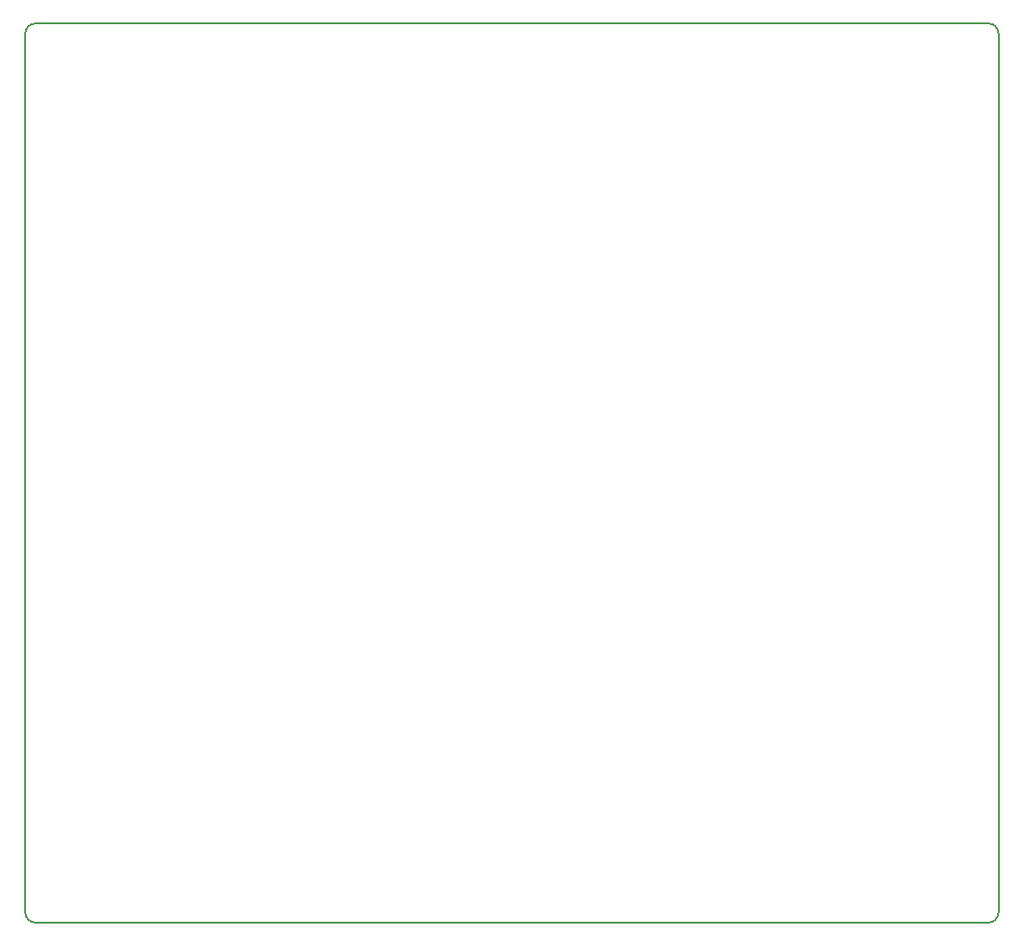
<source format=gbr>
%TF.GenerationSoftware,KiCad,Pcbnew,(6.0.4)*%
%TF.CreationDate,2022-07-18T01:28:08-04:00*%
%TF.ProjectId,lisa,6c697361-2e6b-4696-9361-645f70636258,v1.0.0*%
%TF.SameCoordinates,Original*%
%TF.FileFunction,Profile,NP*%
%FSLAX46Y46*%
G04 Gerber Fmt 4.6, Leading zero omitted, Abs format (unit mm)*
G04 Created by KiCad (PCBNEW (6.0.4)) date 2022-07-18 01:28:08*
%MOMM*%
%LPD*%
G01*
G04 APERTURE LIST*
%TA.AperFunction,Profile*%
%ADD10C,0.150000*%
%TD*%
G04 APERTURE END LIST*
D10*
X62000000Y-8500000D02*
X-28000000Y-8500000D01*
X-29000000Y-7500000D02*
X-29000000Y75500000D01*
X-28000000Y76500000D02*
X62000000Y76500000D01*
X63000000Y75500000D02*
X63000000Y-7500000D01*
X-29000000Y-7500000D02*
G75*
G03*
X-28000000Y-8500000I1000000J0D01*
G01*
X-28000000Y76500000D02*
G75*
G03*
X-29000000Y75500000I0J-1000000D01*
G01*
X63000000Y75500000D02*
G75*
G03*
X62000000Y76500000I-1000000J0D01*
G01*
X62000000Y-8500000D02*
G75*
G03*
X63000000Y-7500000I0J1000000D01*
G01*
M02*

</source>
